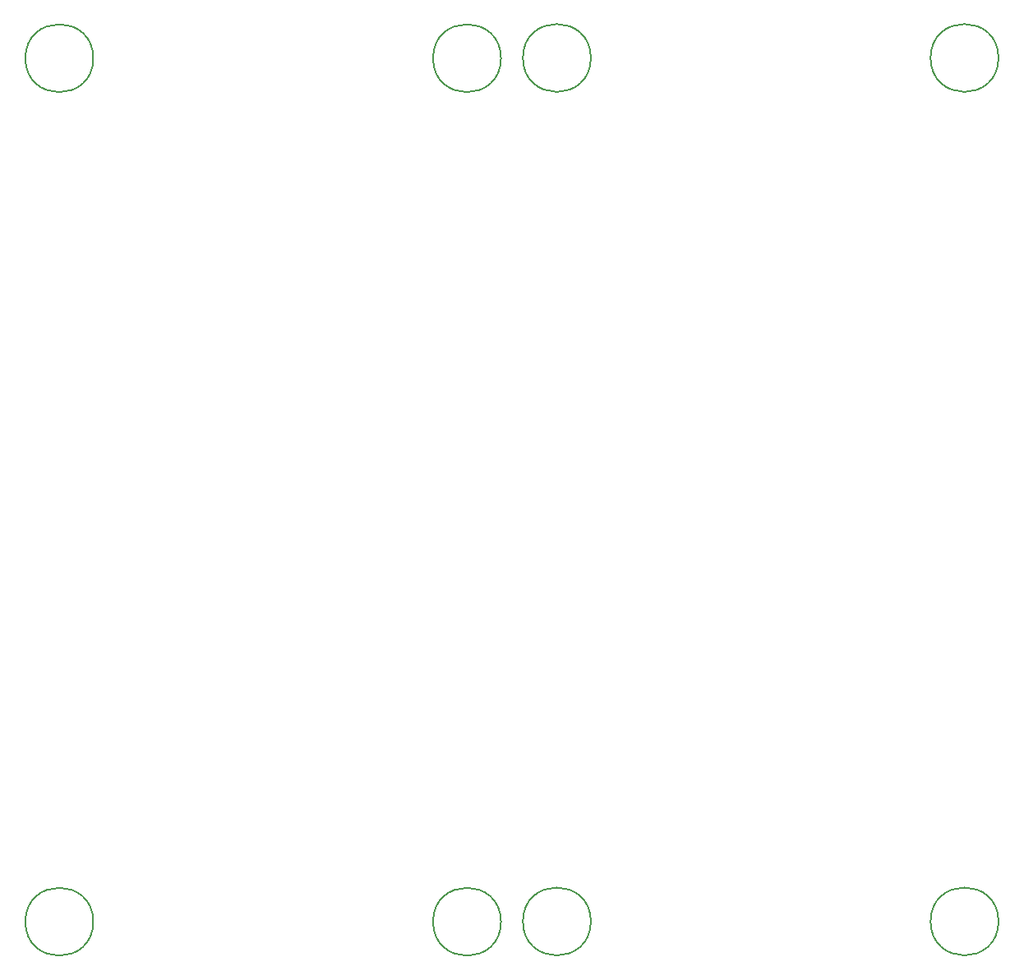
<source format=gbr>
%TF.GenerationSoftware,KiCad,Pcbnew,8.0.3*%
%TF.CreationDate,2024-10-06T14:44:46+03:00*%
%TF.ProjectId,DistorsionPedals,44697374-6f72-4736-996f-6e506564616c,rev?*%
%TF.SameCoordinates,Original*%
%TF.FileFunction,Legend,Bot*%
%TF.FilePolarity,Positive*%
%FSLAX46Y46*%
G04 Gerber Fmt 4.6, Leading zero omitted, Abs format (unit mm)*
G04 Created by KiCad (PCBNEW 8.0.3) date 2024-10-06 14:44:46*
%MOMM*%
%LPD*%
G01*
G04 APERTURE LIST*
%ADD10C,0.200000*%
G04 APERTURE END LIST*
D10*
X42731156Y-158654447D02*
G75*
G02*
X35731156Y-158654447I-3500000J0D01*
G01*
X35731156Y-158654447D02*
G75*
G02*
X42731156Y-158654447I3500000J0D01*
G01*
X84731158Y-158654447D02*
G75*
G02*
X77731158Y-158654447I-3500000J0D01*
G01*
X77731158Y-158654447D02*
G75*
G02*
X84731158Y-158654447I3500000J0D01*
G01*
X84731158Y-69654445D02*
G75*
G02*
X77731158Y-69654445I-3500000J0D01*
G01*
X77731158Y-69654445D02*
G75*
G02*
X84731158Y-69654445I3500000J0D01*
G01*
X42731156Y-69654445D02*
G75*
G02*
X35731156Y-69654445I-3500000J0D01*
G01*
X35731156Y-69654445D02*
G75*
G02*
X42731156Y-69654445I3500000J0D01*
G01*
X135987352Y-69624715D02*
G75*
G02*
X128987352Y-69624715I-3500000J0D01*
G01*
X128987352Y-69624715D02*
G75*
G02*
X135987352Y-69624715I3500000J0D01*
G01*
X93987350Y-158624717D02*
G75*
G02*
X86987350Y-158624717I-3500000J0D01*
G01*
X86987350Y-158624717D02*
G75*
G02*
X93987350Y-158624717I3500000J0D01*
G01*
X135987352Y-158624717D02*
G75*
G02*
X128987352Y-158624717I-3500000J0D01*
G01*
X128987352Y-158624717D02*
G75*
G02*
X135987352Y-158624717I3500000J0D01*
G01*
X93987350Y-69624715D02*
G75*
G02*
X86987350Y-69624715I-3500000J0D01*
G01*
X86987350Y-69624715D02*
G75*
G02*
X93987350Y-69624715I3500000J0D01*
G01*
M02*

</source>
